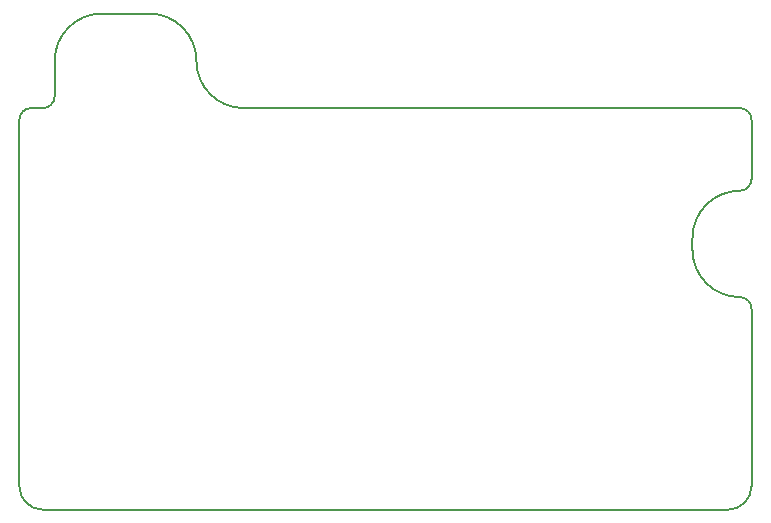
<source format=gko>
G04 #@! TF.FileFunction,Profile,NP*
%FSLAX46Y46*%
G04 Gerber Fmt 4.6, Leading zero omitted, Abs format (unit mm)*
G04 Created by KiCad (PCBNEW 4.0.6) date 06/26/19 16:14:45*
%MOMM*%
%LPD*%
G01*
G04 APERTURE LIST*
%ADD10C,0.100000*%
%ADD11C,0.150000*%
G04 APERTURE END LIST*
D10*
D11*
X96998000Y-119365000D02*
X38998000Y-119365000D01*
X98998000Y-102365000D02*
X98998000Y-117365000D01*
X98998000Y-102365000D02*
G75*
G03X97998000Y-101365000I-1000000J0D01*
G01*
X98998000Y-86365000D02*
X98998000Y-91365000D01*
X98998000Y-86365000D02*
G75*
G03X97998000Y-85365000I-1000000J0D01*
G01*
X97998000Y-92365000D02*
G75*
G03X98998000Y-91365000I0J1000000D01*
G01*
X97998000Y-85365000D02*
X55998000Y-85365000D01*
X37998000Y-85365000D02*
X38998000Y-85365000D01*
X39998000Y-81365000D02*
X39998000Y-84365000D01*
X43998000Y-77365000D02*
X47998000Y-77365000D01*
X51998000Y-81365000D02*
G75*
G03X55998000Y-85365000I4000000J0D01*
G01*
X51998000Y-81365000D02*
G75*
G03X47998000Y-77365000I-4000000J0D01*
G01*
X43998000Y-77365000D02*
G75*
G03X39998000Y-81365000I0J-4000000D01*
G01*
X38998000Y-85365000D02*
G75*
G03X39998000Y-84365000I0J1000000D01*
G01*
X93998000Y-96365000D02*
X93998000Y-97365000D01*
X36998000Y-117365000D02*
X36998000Y-86365000D01*
X97998000Y-92365000D02*
G75*
G03X93998000Y-96365000I0J-4000000D01*
G01*
X93998000Y-97365000D02*
G75*
G03X97998000Y-101365000I4000000J0D01*
G01*
X37998000Y-85365000D02*
G75*
G03X36998000Y-86365000I0J-1000000D01*
G01*
X96998000Y-119365000D02*
G75*
G03X98998000Y-117365000I0J2000000D01*
G01*
X36998000Y-117365000D02*
G75*
G03X38998000Y-119365000I2000000J0D01*
G01*
M02*

</source>
